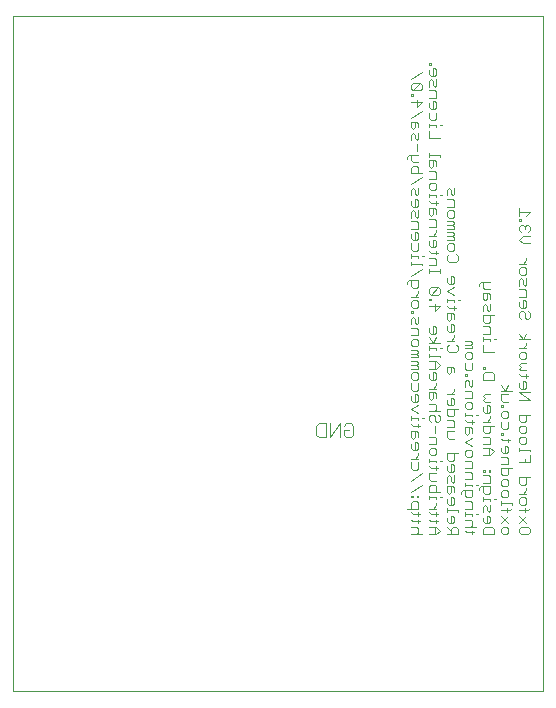
<source format=gbo>
G75*
%MOIN*%
%OFA0B0*%
%FSLAX24Y24*%
%IPPOS*%
%LPD*%
%AMOC8*
5,1,8,0,0,1.08239X$1,22.5*
%
%ADD10C,0.0000*%
%ADD11C,0.0030*%
%ADD12C,0.0040*%
D10*
X002074Y001361D02*
X002074Y023857D01*
X019743Y023857D01*
X019743Y001361D01*
X002074Y001361D01*
D11*
X015209Y007448D02*
X015580Y007448D01*
X015580Y007633D01*
X015518Y007695D01*
X015395Y007695D01*
X015333Y007633D01*
X015333Y007448D01*
X015333Y007326D02*
X015395Y007264D01*
X015642Y007264D01*
X015580Y007203D02*
X015580Y007326D01*
X015580Y007080D02*
X015580Y006957D01*
X015642Y007019D02*
X015395Y007019D01*
X015333Y007080D01*
X015333Y006836D02*
X015518Y006836D01*
X015580Y006774D01*
X015580Y006650D01*
X015518Y006589D01*
X015703Y006589D02*
X015333Y006589D01*
X015933Y006589D02*
X016180Y006589D01*
X016303Y006712D01*
X016180Y006836D01*
X015933Y006836D01*
X016118Y006836D02*
X016118Y006589D01*
X016180Y006957D02*
X016180Y007080D01*
X016242Y007019D02*
X015995Y007019D01*
X015933Y007080D01*
X015995Y007264D02*
X015933Y007326D01*
X015995Y007264D02*
X016242Y007264D01*
X016180Y007203D02*
X016180Y007326D01*
X016180Y007448D02*
X015933Y007448D01*
X016056Y007448D02*
X016180Y007572D01*
X016180Y007633D01*
X016180Y007755D02*
X016180Y007817D01*
X015933Y007817D01*
X015933Y007878D02*
X015933Y007755D01*
X015933Y008001D02*
X015933Y008186D01*
X015995Y008247D01*
X016118Y008247D01*
X016180Y008186D01*
X016180Y008001D01*
X016303Y008001D02*
X015933Y008001D01*
X015703Y008247D02*
X015333Y008001D01*
X015333Y007878D02*
X015333Y007816D01*
X015395Y007816D01*
X015395Y007878D01*
X015333Y007878D01*
X015518Y007878D02*
X015518Y007816D01*
X015580Y007816D01*
X015580Y007878D01*
X015518Y007878D01*
X015333Y008369D02*
X015703Y008616D01*
X015580Y008799D02*
X015518Y008737D01*
X015395Y008737D01*
X015333Y008799D01*
X015333Y008984D01*
X015333Y009106D02*
X015580Y009106D01*
X015580Y008984D02*
X015580Y008799D01*
X015456Y009106D02*
X015580Y009229D01*
X015580Y009291D01*
X015518Y009412D02*
X015580Y009474D01*
X015580Y009598D01*
X015518Y009659D01*
X015456Y009659D01*
X015456Y009412D01*
X015395Y009412D02*
X015518Y009412D01*
X015395Y009412D02*
X015333Y009474D01*
X015333Y009598D01*
X015395Y009781D02*
X015456Y009842D01*
X015456Y010028D01*
X015518Y010028D02*
X015333Y010028D01*
X015333Y009842D01*
X015395Y009781D01*
X015580Y009842D02*
X015580Y009966D01*
X015518Y010028D01*
X015580Y010149D02*
X015580Y010273D01*
X015642Y010211D02*
X015395Y010211D01*
X015333Y010273D01*
X015333Y010395D02*
X015333Y010518D01*
X015333Y010456D02*
X015580Y010456D01*
X015580Y010395D01*
X015703Y010456D02*
X015765Y010456D01*
X015933Y010395D02*
X015995Y010333D01*
X015933Y010395D02*
X015933Y010518D01*
X015995Y010580D01*
X016056Y010580D01*
X016118Y010518D01*
X016118Y010395D01*
X016180Y010333D01*
X016242Y010333D01*
X016303Y010395D01*
X016303Y010518D01*
X016242Y010580D01*
X016303Y010702D02*
X015933Y010702D01*
X016118Y010702D02*
X016180Y010763D01*
X016180Y010887D01*
X016118Y010948D01*
X015933Y010948D01*
X015995Y011070D02*
X015933Y011132D01*
X015933Y011317D01*
X016118Y011317D01*
X016180Y011255D01*
X016180Y011132D01*
X016056Y011132D02*
X015995Y011070D01*
X016056Y011132D02*
X016056Y011317D01*
X016056Y011438D02*
X016180Y011562D01*
X016180Y011623D01*
X016118Y011745D02*
X016180Y011807D01*
X016180Y011930D01*
X016118Y011992D01*
X016056Y011992D01*
X016056Y011745D01*
X015995Y011745D02*
X016118Y011745D01*
X015995Y011745D02*
X015933Y011807D01*
X015933Y011930D01*
X015933Y012113D02*
X016180Y012113D01*
X016303Y012237D01*
X016180Y012360D01*
X015933Y012360D01*
X015933Y012482D02*
X015933Y012605D01*
X015933Y012543D02*
X016303Y012543D01*
X016303Y012482D01*
X016118Y012360D02*
X016118Y012113D01*
X016533Y012176D02*
X016533Y011991D01*
X016595Y011929D01*
X016656Y011991D01*
X016656Y012176D01*
X016718Y012176D02*
X016533Y012176D01*
X016718Y012176D02*
X016780Y012114D01*
X016780Y011991D01*
X017133Y011930D02*
X017133Y011868D01*
X017195Y011868D01*
X017195Y011930D01*
X017133Y011930D01*
X017195Y012052D02*
X017133Y012114D01*
X017133Y012299D01*
X017195Y012420D02*
X017133Y012482D01*
X017133Y012606D01*
X017195Y012667D01*
X017318Y012667D01*
X017380Y012606D01*
X017380Y012482D01*
X017318Y012420D01*
X017195Y012420D01*
X017380Y012299D02*
X017380Y012114D01*
X017318Y012052D01*
X017195Y012052D01*
X017195Y011746D02*
X017133Y011685D01*
X017133Y011500D01*
X017133Y011378D02*
X017318Y011378D01*
X017380Y011316D01*
X017380Y011131D01*
X017133Y011131D01*
X017195Y011010D02*
X017133Y010948D01*
X017133Y010825D01*
X017195Y010763D01*
X017318Y010763D01*
X017380Y010825D01*
X017380Y010948D01*
X017318Y011010D01*
X017195Y011010D01*
X017133Y010641D02*
X017133Y010517D01*
X017133Y010579D02*
X017380Y010579D01*
X017380Y010517D01*
X017380Y010395D02*
X017380Y010272D01*
X017442Y010334D02*
X017195Y010334D01*
X017133Y010395D01*
X017133Y010150D02*
X017133Y009965D01*
X017195Y009904D01*
X017256Y009965D01*
X017256Y010150D01*
X017318Y010150D02*
X017133Y010150D01*
X017318Y010150D02*
X017380Y010089D01*
X017380Y009965D01*
X017380Y009782D02*
X017133Y009659D01*
X017380Y009535D01*
X017318Y009414D02*
X017380Y009352D01*
X017380Y009229D01*
X017318Y009167D01*
X017195Y009167D01*
X017133Y009229D01*
X017133Y009352D01*
X017195Y009414D01*
X017318Y009414D01*
X017318Y009045D02*
X017133Y009045D01*
X017318Y009045D02*
X017380Y008984D01*
X017380Y008799D01*
X017133Y008799D01*
X017133Y008677D02*
X017318Y008677D01*
X017380Y008615D01*
X017380Y008430D01*
X017133Y008430D01*
X017133Y008308D02*
X017133Y008185D01*
X017133Y008246D02*
X017380Y008246D01*
X017380Y008185D01*
X017380Y008063D02*
X017071Y008063D01*
X017009Y008002D01*
X017009Y007940D01*
X017133Y007878D02*
X017133Y008063D01*
X017133Y007878D02*
X017195Y007816D01*
X017318Y007816D01*
X017380Y007878D01*
X017380Y008063D01*
X017503Y008246D02*
X017565Y008246D01*
X017671Y008186D02*
X017609Y008124D01*
X017609Y008063D01*
X017671Y008186D02*
X017980Y008186D01*
X017980Y008001D01*
X017918Y007939D01*
X017795Y007939D01*
X017733Y008001D01*
X017733Y008186D01*
X017733Y008308D02*
X017980Y008308D01*
X017980Y008493D01*
X017918Y008554D01*
X017733Y008554D01*
X017733Y008676D02*
X017795Y008676D01*
X017795Y008738D01*
X017733Y008738D01*
X017733Y008676D01*
X017918Y008676D02*
X017980Y008676D01*
X017980Y008738D01*
X017918Y008738D01*
X017918Y008676D01*
X018333Y008615D02*
X018395Y008553D01*
X018518Y008553D01*
X018580Y008615D01*
X018580Y008800D01*
X018580Y008921D02*
X018333Y008921D01*
X018333Y008800D02*
X018333Y008615D01*
X018333Y008800D02*
X018703Y008800D01*
X018580Y008921D02*
X018580Y009107D01*
X018518Y009168D01*
X018333Y009168D01*
X018395Y009290D02*
X018518Y009290D01*
X018580Y009351D01*
X018580Y009475D01*
X018518Y009537D01*
X018456Y009537D01*
X018456Y009290D01*
X018395Y009290D02*
X018333Y009351D01*
X018333Y009475D01*
X018395Y009720D02*
X018333Y009781D01*
X018395Y009720D02*
X018642Y009720D01*
X018580Y009781D02*
X018580Y009658D01*
X018395Y009904D02*
X018395Y009965D01*
X018333Y009965D01*
X018333Y009904D01*
X018395Y009904D01*
X018395Y010088D02*
X018333Y010149D01*
X018333Y010335D01*
X018395Y010456D02*
X018333Y010518D01*
X018333Y010641D01*
X018395Y010703D01*
X018518Y010703D01*
X018580Y010641D01*
X018580Y010518D01*
X018518Y010456D01*
X018395Y010456D01*
X018580Y010335D02*
X018580Y010149D01*
X018518Y010088D01*
X018395Y010088D01*
X018103Y010212D02*
X017733Y010212D01*
X017733Y010027D01*
X017795Y009965D01*
X017918Y009965D01*
X017980Y010027D01*
X017980Y010212D01*
X017980Y010333D02*
X017733Y010333D01*
X017856Y010333D02*
X017980Y010457D01*
X017980Y010518D01*
X017918Y010640D02*
X017795Y010640D01*
X017733Y010702D01*
X017733Y010825D01*
X017856Y010887D02*
X017856Y010640D01*
X017918Y010640D02*
X017980Y010702D01*
X017980Y010825D01*
X017918Y010887D01*
X017856Y010887D01*
X017795Y011008D02*
X017980Y011008D01*
X017795Y011008D02*
X017733Y011070D01*
X017795Y011132D01*
X017733Y011194D01*
X017795Y011255D01*
X017980Y011255D01*
X018333Y011255D02*
X018333Y011070D01*
X018395Y011008D01*
X018580Y011008D01*
X018395Y010886D02*
X018395Y010824D01*
X018333Y010824D01*
X018333Y010886D01*
X018395Y010886D01*
X018333Y011255D02*
X018580Y011255D01*
X018703Y011377D02*
X018333Y011377D01*
X018456Y011377D02*
X018333Y011562D01*
X018456Y011377D02*
X018580Y011562D01*
X018933Y011623D02*
X018933Y011500D01*
X018995Y011438D01*
X019118Y011438D01*
X019180Y011500D01*
X019180Y011623D01*
X019118Y011685D01*
X019056Y011685D01*
X019056Y011438D01*
X018933Y011317D02*
X019303Y011317D01*
X019303Y011070D02*
X018933Y011317D01*
X018933Y011070D02*
X019303Y011070D01*
X019303Y010580D02*
X018933Y010580D01*
X018933Y010395D01*
X018995Y010333D01*
X019118Y010333D01*
X019180Y010395D01*
X019180Y010580D01*
X019118Y010212D02*
X018995Y010212D01*
X018933Y010150D01*
X018933Y010027D01*
X018995Y009965D01*
X019118Y009965D01*
X019180Y010027D01*
X019180Y010150D01*
X019118Y010212D01*
X019118Y009843D02*
X018995Y009843D01*
X018933Y009782D01*
X018933Y009658D01*
X018995Y009597D01*
X019118Y009597D01*
X019180Y009658D01*
X019180Y009782D01*
X019118Y009843D01*
X018933Y009474D02*
X018933Y009351D01*
X018933Y009413D02*
X019303Y009413D01*
X019303Y009351D01*
X019303Y009230D02*
X019303Y008983D01*
X018933Y008983D01*
X019118Y008983D02*
X019118Y009106D01*
X019180Y008493D02*
X019180Y008308D01*
X019118Y008246D01*
X018995Y008246D01*
X018933Y008308D01*
X018933Y008493D01*
X019303Y008493D01*
X019180Y008124D02*
X019180Y008063D01*
X019056Y007939D01*
X018933Y007939D02*
X019180Y007939D01*
X019118Y007818D02*
X018995Y007818D01*
X018933Y007756D01*
X018933Y007633D01*
X018995Y007571D01*
X019118Y007571D01*
X019180Y007633D01*
X019180Y007756D01*
X019118Y007818D01*
X019118Y007449D02*
X019118Y007325D01*
X019180Y007204D02*
X018933Y006957D01*
X018995Y006836D02*
X019242Y006836D01*
X019303Y006774D01*
X019303Y006650D01*
X019242Y006589D01*
X018995Y006589D01*
X018933Y006650D01*
X018933Y006774D01*
X018995Y006836D01*
X019180Y006957D02*
X018933Y007204D01*
X018933Y007387D02*
X019242Y007387D01*
X019303Y007449D01*
X018703Y007449D02*
X018642Y007387D01*
X018333Y007387D01*
X018333Y007204D02*
X018580Y006957D01*
X018518Y006836D02*
X018395Y006836D01*
X018333Y006774D01*
X018333Y006650D01*
X018395Y006589D01*
X018518Y006589D01*
X018580Y006650D01*
X018580Y006774D01*
X018518Y006836D01*
X018333Y006957D02*
X018580Y007204D01*
X018518Y007325D02*
X018518Y007449D01*
X018333Y007571D02*
X018333Y007694D01*
X018333Y007633D02*
X018703Y007633D01*
X018703Y007571D01*
X018518Y007816D02*
X018395Y007816D01*
X018333Y007878D01*
X018333Y008002D01*
X018395Y008063D01*
X018518Y008063D01*
X018580Y008002D01*
X018580Y007878D01*
X018518Y007816D01*
X018165Y007755D02*
X018103Y007755D01*
X017980Y007755D02*
X017733Y007755D01*
X017733Y007694D02*
X017733Y007817D01*
X017795Y007572D02*
X017856Y007510D01*
X017856Y007387D01*
X017918Y007325D01*
X017980Y007387D01*
X017980Y007572D01*
X017980Y007694D02*
X017980Y007755D01*
X017795Y007572D02*
X017733Y007510D01*
X017733Y007325D01*
X017856Y007204D02*
X017856Y006957D01*
X017795Y006957D02*
X017918Y006957D01*
X017980Y007019D01*
X017980Y007142D01*
X017918Y007204D01*
X017856Y007204D01*
X017733Y007142D02*
X017733Y007019D01*
X017795Y006957D01*
X017795Y006836D02*
X018042Y006836D01*
X018103Y006774D01*
X018103Y006589D01*
X017733Y006589D01*
X017733Y006774D01*
X017795Y006836D01*
X017503Y006834D02*
X017133Y006834D01*
X017133Y006712D02*
X017195Y006650D01*
X017442Y006650D01*
X017380Y006589D02*
X017380Y006712D01*
X017318Y006834D02*
X017380Y006896D01*
X017380Y007019D01*
X017318Y007081D01*
X017133Y007081D01*
X017133Y007203D02*
X017133Y007326D01*
X017133Y007264D02*
X017380Y007264D01*
X017380Y007203D01*
X017503Y007264D02*
X017565Y007264D01*
X017380Y007448D02*
X017380Y007633D01*
X017318Y007695D01*
X017133Y007695D01*
X017133Y007448D02*
X017380Y007448D01*
X016903Y007387D02*
X016533Y007387D01*
X016533Y007325D02*
X016533Y007449D01*
X016595Y007571D02*
X016533Y007633D01*
X016533Y007756D01*
X016656Y007818D02*
X016656Y007571D01*
X016595Y007571D02*
X016718Y007571D01*
X016780Y007633D01*
X016780Y007756D01*
X016718Y007818D01*
X016656Y007818D01*
X016595Y007939D02*
X016533Y008001D01*
X016533Y008186D01*
X016718Y008186D01*
X016780Y008124D01*
X016780Y008001D01*
X016656Y008001D02*
X016656Y008186D01*
X016718Y008308D02*
X016780Y008369D01*
X016780Y008554D01*
X016718Y008676D02*
X016780Y008738D01*
X016780Y008861D01*
X016718Y008923D01*
X016656Y008923D01*
X016656Y008676D01*
X016595Y008676D02*
X016718Y008676D01*
X016595Y008676D02*
X016533Y008738D01*
X016533Y008861D01*
X016595Y009044D02*
X016533Y009106D01*
X016533Y009291D01*
X016903Y009291D01*
X016780Y009291D02*
X016780Y009106D01*
X016718Y009044D01*
X016595Y009044D01*
X016365Y009044D02*
X016303Y009044D01*
X016180Y009044D02*
X015933Y009044D01*
X015933Y008983D02*
X015933Y009106D01*
X015995Y009228D02*
X015933Y009290D01*
X015933Y009413D01*
X015995Y009475D01*
X016118Y009475D01*
X016180Y009413D01*
X016180Y009290D01*
X016118Y009228D01*
X015995Y009228D01*
X016180Y009044D02*
X016180Y008983D01*
X016180Y008861D02*
X016180Y008737D01*
X016242Y008799D02*
X015995Y008799D01*
X015933Y008861D01*
X015933Y008616D02*
X016180Y008616D01*
X016180Y008369D02*
X015995Y008369D01*
X015933Y008431D01*
X015933Y008616D01*
X016533Y008493D02*
X016533Y008308D01*
X016656Y008369D02*
X016656Y008493D01*
X016595Y008554D01*
X016533Y008493D01*
X016656Y008369D02*
X016718Y008308D01*
X016656Y008001D02*
X016595Y007939D01*
X016365Y007817D02*
X016303Y007817D01*
X016656Y007204D02*
X016656Y006957D01*
X016595Y006957D02*
X016718Y006957D01*
X016780Y007019D01*
X016780Y007142D01*
X016718Y007204D01*
X016656Y007204D01*
X016533Y007142D02*
X016533Y007019D01*
X016595Y006957D01*
X016533Y006836D02*
X016656Y006712D01*
X016656Y006774D02*
X016656Y006589D01*
X016533Y006589D02*
X016903Y006589D01*
X016903Y006774D01*
X016842Y006836D01*
X016718Y006836D01*
X016656Y006774D01*
X016903Y007325D02*
X016903Y007387D01*
X018333Y008246D02*
X018395Y008185D01*
X018518Y008185D01*
X018580Y008246D01*
X018580Y008370D01*
X018518Y008432D01*
X018395Y008432D01*
X018333Y008370D01*
X018333Y008246D01*
X017980Y009228D02*
X017733Y009228D01*
X017918Y009228D02*
X017918Y009475D01*
X017980Y009475D02*
X017733Y009475D01*
X017733Y009597D02*
X017980Y009597D01*
X017980Y009782D01*
X017918Y009843D01*
X017733Y009843D01*
X017980Y009475D02*
X018103Y009352D01*
X017980Y009228D01*
X016780Y009781D02*
X016595Y009781D01*
X016533Y009842D01*
X016533Y010028D01*
X016780Y010028D01*
X016780Y010149D02*
X016780Y010334D01*
X016718Y010396D01*
X016533Y010396D01*
X016595Y010517D02*
X016533Y010579D01*
X016533Y010764D01*
X016903Y010764D01*
X016780Y010764D02*
X016780Y010579D01*
X016718Y010517D01*
X016595Y010517D01*
X016533Y010149D02*
X016780Y010149D01*
X016180Y009782D02*
X016180Y009597D01*
X015933Y009597D01*
X015933Y009843D02*
X016118Y009843D01*
X016180Y009782D01*
X016118Y009965D02*
X016118Y010212D01*
X015580Y010640D02*
X015333Y010764D01*
X015580Y010887D01*
X015518Y011008D02*
X015580Y011070D01*
X015580Y011194D01*
X015518Y011255D01*
X015456Y011255D01*
X015456Y011008D01*
X015395Y011008D02*
X015518Y011008D01*
X015395Y011008D02*
X015333Y011070D01*
X015333Y011194D01*
X015395Y011377D02*
X015333Y011439D01*
X015333Y011624D01*
X015395Y011745D02*
X015333Y011807D01*
X015333Y011930D01*
X015395Y011992D01*
X015518Y011992D01*
X015580Y011930D01*
X015580Y011807D01*
X015518Y011745D01*
X015395Y011745D01*
X015580Y011624D02*
X015580Y011439D01*
X015518Y011377D01*
X015395Y011377D01*
X015933Y011438D02*
X016180Y011438D01*
X016533Y011254D02*
X016780Y011254D01*
X016780Y011377D02*
X016780Y011439D01*
X016780Y011377D02*
X016656Y011254D01*
X016656Y011133D02*
X016656Y010886D01*
X016595Y010886D02*
X016718Y010886D01*
X016780Y010947D01*
X016780Y011071D01*
X016718Y011133D01*
X016656Y011133D01*
X016533Y011071D02*
X016533Y010947D01*
X016595Y010886D01*
X017256Y011561D02*
X017256Y011685D01*
X017195Y011746D01*
X017380Y011746D02*
X017380Y011561D01*
X017318Y011500D01*
X017256Y011561D01*
X017733Y011745D02*
X017733Y011930D01*
X017795Y011992D01*
X018042Y011992D01*
X018103Y011930D01*
X018103Y011745D01*
X017733Y011745D01*
X017733Y012113D02*
X017733Y012175D01*
X017795Y012175D01*
X017795Y012113D01*
X017733Y012113D01*
X017733Y012666D02*
X017733Y012913D01*
X017733Y013034D02*
X017733Y013158D01*
X017733Y013096D02*
X017980Y013096D01*
X017980Y013034D01*
X018103Y013096D02*
X018165Y013096D01*
X017980Y013280D02*
X017980Y013465D01*
X017918Y013527D01*
X017733Y013527D01*
X017795Y013648D02*
X017918Y013648D01*
X017980Y013710D01*
X017980Y013895D01*
X018103Y013895D02*
X017733Y013895D01*
X017733Y013710D01*
X017795Y013648D01*
X017733Y014016D02*
X017733Y014202D01*
X017795Y014263D01*
X017856Y014202D01*
X017856Y014078D01*
X017918Y014016D01*
X017980Y014078D01*
X017980Y014263D01*
X017980Y014446D02*
X017980Y014570D01*
X017918Y014632D01*
X017733Y014632D01*
X017733Y014446D01*
X017795Y014385D01*
X017856Y014446D01*
X017856Y014632D01*
X017795Y014753D02*
X017980Y014753D01*
X017795Y014753D02*
X017733Y014815D01*
X017733Y015000D01*
X017671Y015000D02*
X017609Y014938D01*
X017609Y014876D01*
X017671Y015000D02*
X017980Y015000D01*
X018933Y015061D02*
X018933Y014876D01*
X018933Y014754D02*
X019118Y014754D01*
X019180Y014693D01*
X019180Y014507D01*
X018933Y014507D01*
X019056Y014386D02*
X019056Y014139D01*
X018995Y014139D02*
X019118Y014139D01*
X019180Y014201D01*
X019180Y014324D01*
X019118Y014386D01*
X019056Y014386D01*
X018933Y014324D02*
X018933Y014201D01*
X018995Y014139D01*
X018995Y014018D02*
X018933Y013956D01*
X018933Y013833D01*
X018995Y013771D01*
X019118Y013833D02*
X019118Y013956D01*
X019056Y014018D01*
X018995Y014018D01*
X019118Y013833D02*
X019180Y013771D01*
X019242Y013771D01*
X019303Y013833D01*
X019303Y013956D01*
X019242Y014018D01*
X019180Y013281D02*
X019056Y013096D01*
X018933Y013281D01*
X018933Y013096D02*
X019303Y013096D01*
X019180Y012974D02*
X019180Y012912D01*
X019056Y012789D01*
X018933Y012789D02*
X019180Y012789D01*
X019118Y012667D02*
X019180Y012606D01*
X019180Y012482D01*
X019118Y012420D01*
X018995Y012420D01*
X018933Y012482D01*
X018933Y012606D01*
X018995Y012667D01*
X019118Y012667D01*
X019180Y012299D02*
X018995Y012299D01*
X018933Y012237D01*
X018995Y012175D01*
X018933Y012114D01*
X018995Y012052D01*
X019180Y012052D01*
X019180Y011930D02*
X019180Y011806D01*
X019242Y011868D02*
X018995Y011868D01*
X018933Y011930D01*
X018103Y012666D02*
X017733Y012666D01*
X017380Y012789D02*
X017380Y012850D01*
X017318Y012912D01*
X017380Y012974D01*
X017318Y013036D01*
X017133Y013036D01*
X017133Y012912D02*
X017318Y012912D01*
X017380Y012789D02*
X017133Y012789D01*
X016903Y012728D02*
X016903Y012851D01*
X016842Y012913D01*
X016780Y013034D02*
X016533Y013034D01*
X016656Y013034D02*
X016780Y013158D01*
X016780Y013219D01*
X016718Y013341D02*
X016780Y013403D01*
X016780Y013526D01*
X016718Y013588D01*
X016656Y013588D01*
X016656Y013341D01*
X016595Y013341D02*
X016718Y013341D01*
X016595Y013341D02*
X016533Y013403D01*
X016533Y013526D01*
X016595Y013709D02*
X016533Y013771D01*
X016533Y013956D01*
X016718Y013956D01*
X016780Y013895D01*
X016780Y013771D01*
X016656Y013771D02*
X016656Y013956D01*
X016780Y014078D02*
X016780Y014201D01*
X016842Y014139D02*
X016595Y014139D01*
X016533Y014201D01*
X016533Y014323D02*
X016533Y014447D01*
X016533Y014385D02*
X016780Y014385D01*
X016780Y014323D01*
X016903Y014385D02*
X016965Y014385D01*
X016780Y014569D02*
X016533Y014692D01*
X016780Y014816D01*
X016718Y014937D02*
X016780Y014999D01*
X016780Y015122D01*
X016718Y015184D01*
X016656Y015184D01*
X016656Y014937D01*
X016595Y014937D02*
X016718Y014937D01*
X016595Y014937D02*
X016533Y014999D01*
X016533Y015122D01*
X016303Y015305D02*
X016303Y015429D01*
X016303Y015367D02*
X015933Y015367D01*
X015933Y015305D02*
X015933Y015429D01*
X015933Y015551D02*
X016180Y015551D01*
X016180Y015736D01*
X016118Y015798D01*
X015933Y015798D01*
X015765Y015858D02*
X015703Y015858D01*
X015580Y015858D02*
X015333Y015858D01*
X015333Y015797D02*
X015333Y015920D01*
X015395Y016042D02*
X015333Y016104D01*
X015333Y016289D01*
X015395Y016410D02*
X015518Y016410D01*
X015580Y016472D01*
X015580Y016596D01*
X015518Y016657D01*
X015456Y016657D01*
X015456Y016410D01*
X015395Y016410D02*
X015333Y016472D01*
X015333Y016596D01*
X015333Y016779D02*
X015580Y016779D01*
X015580Y016964D01*
X015518Y017026D01*
X015333Y017026D01*
X015333Y017147D02*
X015333Y017332D01*
X015395Y017394D01*
X015456Y017332D01*
X015456Y017209D01*
X015518Y017147D01*
X015580Y017209D01*
X015580Y017394D01*
X015518Y017515D02*
X015580Y017577D01*
X015580Y017701D01*
X015518Y017762D01*
X015456Y017762D01*
X015456Y017515D01*
X015395Y017515D02*
X015518Y017515D01*
X015395Y017515D02*
X015333Y017577D01*
X015333Y017701D01*
X015333Y017884D02*
X015333Y018069D01*
X015395Y018131D01*
X015456Y018069D01*
X015456Y017945D01*
X015518Y017884D01*
X015580Y017945D01*
X015580Y018131D01*
X015333Y018252D02*
X015703Y018499D01*
X015703Y018620D02*
X015333Y018620D01*
X015333Y018805D01*
X015395Y018867D01*
X015518Y018867D01*
X015580Y018805D01*
X015580Y018620D01*
X015933Y018683D02*
X016118Y018683D01*
X016180Y018621D01*
X016180Y018436D01*
X015933Y018436D01*
X015995Y018315D02*
X015933Y018253D01*
X015933Y018130D01*
X015995Y018068D01*
X016118Y018068D01*
X016180Y018130D01*
X016180Y018253D01*
X016118Y018315D01*
X015995Y018315D01*
X015933Y017946D02*
X015933Y017822D01*
X015933Y017884D02*
X016180Y017884D01*
X016180Y017822D01*
X016180Y017700D02*
X016180Y017577D01*
X016242Y017638D02*
X015995Y017638D01*
X015933Y017700D01*
X015933Y017455D02*
X015933Y017270D01*
X015995Y017208D01*
X016056Y017270D01*
X016056Y017455D01*
X016118Y017455D02*
X015933Y017455D01*
X016118Y017455D02*
X016180Y017394D01*
X016180Y017270D01*
X016118Y017087D02*
X015933Y017087D01*
X016118Y017087D02*
X016180Y017025D01*
X016180Y016840D01*
X015933Y016840D01*
X015933Y016533D02*
X016180Y016533D01*
X016180Y016657D02*
X016180Y016718D01*
X016180Y016657D02*
X016056Y016533D01*
X016056Y016412D02*
X016056Y016165D01*
X015995Y016165D02*
X016118Y016165D01*
X016180Y016227D01*
X016180Y016350D01*
X016118Y016412D01*
X016056Y016412D01*
X015933Y016350D02*
X015933Y016227D01*
X015995Y016165D01*
X015933Y016043D02*
X015995Y015981D01*
X016242Y015981D01*
X016180Y015919D02*
X016180Y016043D01*
X016533Y016104D02*
X016595Y016042D01*
X016718Y016042D01*
X016780Y016104D01*
X016780Y016227D01*
X016718Y016289D01*
X016595Y016289D01*
X016533Y016227D01*
X016533Y016104D01*
X016595Y015921D02*
X016533Y015859D01*
X016533Y015736D01*
X016595Y015674D01*
X016842Y015674D01*
X016903Y015736D01*
X016903Y015859D01*
X016842Y015921D01*
X016780Y016410D02*
X016533Y016410D01*
X016533Y016534D02*
X016718Y016534D01*
X016780Y016596D01*
X016718Y016657D01*
X016533Y016657D01*
X016533Y016779D02*
X016780Y016779D01*
X016780Y016840D01*
X016718Y016902D01*
X016780Y016964D01*
X016718Y017026D01*
X016533Y017026D01*
X016533Y016902D02*
X016718Y016902D01*
X016718Y017147D02*
X016595Y017147D01*
X016533Y017209D01*
X016533Y017332D01*
X016595Y017394D01*
X016718Y017394D01*
X016780Y017332D01*
X016780Y017209D01*
X016718Y017147D01*
X016780Y017515D02*
X016533Y017515D01*
X016533Y017762D02*
X016718Y017762D01*
X016780Y017701D01*
X016780Y017515D01*
X016718Y017884D02*
X016780Y017945D01*
X016780Y018131D01*
X016656Y018069D02*
X016656Y017945D01*
X016718Y017884D01*
X016533Y017884D02*
X016533Y018069D01*
X016595Y018131D01*
X016656Y018069D01*
X016365Y017884D02*
X016303Y017884D01*
X015995Y018804D02*
X015933Y018866D01*
X015933Y019051D01*
X016118Y019051D01*
X016180Y018990D01*
X016180Y018866D01*
X016056Y018866D02*
X016056Y019051D01*
X015933Y019173D02*
X015933Y019296D01*
X015933Y019234D02*
X016303Y019234D01*
X016303Y019173D01*
X016056Y018866D02*
X015995Y018804D01*
X015580Y018989D02*
X015395Y018989D01*
X015333Y019050D01*
X015333Y019235D01*
X015271Y019235D02*
X015209Y019174D01*
X015209Y019112D01*
X015271Y019235D02*
X015580Y019235D01*
X015518Y019357D02*
X015518Y019604D01*
X015518Y019725D02*
X015580Y019787D01*
X015580Y019972D01*
X015456Y019910D02*
X015456Y019787D01*
X015518Y019725D01*
X015333Y019725D02*
X015333Y019910D01*
X015395Y019972D01*
X015456Y019910D01*
X015395Y020094D02*
X015456Y020155D01*
X015456Y020340D01*
X015518Y020340D02*
X015333Y020340D01*
X015333Y020155D01*
X015395Y020094D01*
X015580Y020155D02*
X015580Y020279D01*
X015518Y020340D01*
X015333Y020462D02*
X015703Y020709D01*
X015518Y020830D02*
X015518Y021077D01*
X015395Y021199D02*
X015395Y021260D01*
X015333Y021260D01*
X015333Y021199D01*
X015395Y021199D01*
X015395Y021383D02*
X015642Y021630D01*
X015395Y021630D01*
X015333Y021568D01*
X015333Y021444D01*
X015395Y021383D01*
X015642Y021383D01*
X015703Y021444D01*
X015703Y021568D01*
X015642Y021630D01*
X015933Y021691D02*
X015995Y021752D01*
X016056Y021691D01*
X016056Y021567D01*
X016118Y021505D01*
X016180Y021567D01*
X016180Y021752D01*
X016118Y021874D02*
X016180Y021935D01*
X016180Y022059D01*
X016118Y022121D01*
X016056Y022121D01*
X016056Y021874D01*
X015995Y021874D02*
X016118Y021874D01*
X015995Y021874D02*
X015933Y021935D01*
X015933Y022059D01*
X015933Y022242D02*
X015933Y022304D01*
X015995Y022304D01*
X015995Y022242D01*
X015933Y022242D01*
X015703Y021998D02*
X015333Y021751D01*
X015933Y021691D02*
X015933Y021505D01*
X015933Y021384D02*
X016118Y021384D01*
X016180Y021322D01*
X016180Y021137D01*
X015933Y021137D01*
X016056Y021016D02*
X016056Y020769D01*
X015995Y020769D02*
X016118Y020769D01*
X016180Y020831D01*
X016180Y020954D01*
X016118Y021016D01*
X016056Y021016D01*
X015933Y020954D02*
X015933Y020831D01*
X015995Y020769D01*
X015933Y020647D02*
X015933Y020462D01*
X015995Y020400D01*
X016118Y020400D01*
X016180Y020462D01*
X016180Y020647D01*
X016180Y020217D02*
X015933Y020217D01*
X015933Y020278D02*
X015933Y020155D01*
X015933Y020034D02*
X015933Y019787D01*
X016303Y019787D01*
X016180Y020155D02*
X016180Y020217D01*
X016303Y020217D02*
X016365Y020217D01*
X015703Y021015D02*
X015518Y020830D01*
X015333Y021015D02*
X015703Y021015D01*
X018933Y017455D02*
X018933Y017208D01*
X018933Y017086D02*
X018933Y017024D01*
X018995Y017024D01*
X018995Y017086D01*
X018933Y017086D01*
X018995Y016903D02*
X018933Y016841D01*
X018933Y016718D01*
X018995Y016656D01*
X019056Y016535D02*
X018933Y016411D01*
X019056Y016288D01*
X019303Y016288D01*
X019303Y016535D02*
X019056Y016535D01*
X019242Y016656D02*
X019303Y016718D01*
X019303Y016841D01*
X019242Y016903D01*
X019180Y016903D01*
X019118Y016841D01*
X019056Y016903D01*
X018995Y016903D01*
X019118Y016841D02*
X019118Y016779D01*
X019180Y017208D02*
X019303Y017332D01*
X018933Y017332D01*
X019180Y015798D02*
X019180Y015736D01*
X019056Y015612D01*
X018933Y015612D02*
X019180Y015612D01*
X019118Y015491D02*
X018995Y015491D01*
X018933Y015429D01*
X018933Y015306D01*
X018995Y015244D01*
X019118Y015244D01*
X019180Y015306D01*
X019180Y015429D01*
X019118Y015491D01*
X019180Y015123D02*
X019180Y014937D01*
X019118Y014876D01*
X019056Y014937D01*
X019056Y015061D01*
X018995Y015123D01*
X018933Y015061D01*
X017980Y013280D02*
X017733Y013280D01*
X016903Y012728D02*
X016842Y012666D01*
X016595Y012666D01*
X016533Y012728D01*
X016533Y012851D01*
X016595Y012913D01*
X016365Y012789D02*
X016303Y012789D01*
X016180Y012789D02*
X015933Y012789D01*
X015933Y012727D02*
X015933Y012851D01*
X015933Y012973D02*
X016303Y012973D01*
X016180Y012789D02*
X016180Y012727D01*
X016056Y012973D02*
X016180Y013158D01*
X016118Y013280D02*
X016180Y013341D01*
X016180Y013465D01*
X016118Y013527D01*
X016056Y013527D01*
X016056Y013280D01*
X015995Y013280D02*
X016118Y013280D01*
X015995Y013280D02*
X015933Y013341D01*
X015933Y013465D01*
X015933Y013158D02*
X016056Y012973D01*
X015580Y012912D02*
X015518Y012850D01*
X015395Y012850D01*
X015333Y012912D01*
X015333Y013035D01*
X015395Y013097D01*
X015518Y013097D01*
X015580Y013035D01*
X015580Y012912D01*
X015518Y012729D02*
X015333Y012729D01*
X015333Y012605D02*
X015518Y012605D01*
X015580Y012667D01*
X015518Y012729D01*
X015518Y012605D02*
X015580Y012543D01*
X015580Y012482D01*
X015333Y012482D01*
X015333Y012360D02*
X015518Y012360D01*
X015580Y012299D01*
X015518Y012237D01*
X015333Y012237D01*
X015333Y012113D02*
X015580Y012113D01*
X015580Y012175D01*
X015518Y012237D01*
X015580Y013218D02*
X015333Y013218D01*
X015580Y013218D02*
X015580Y013404D01*
X015518Y013465D01*
X015333Y013465D01*
X015333Y013587D02*
X015333Y013772D01*
X015395Y013834D01*
X015456Y013772D01*
X015456Y013648D01*
X015518Y013587D01*
X015580Y013648D01*
X015580Y013834D01*
X015395Y013955D02*
X015395Y014017D01*
X015333Y014017D01*
X015333Y013955D01*
X015395Y013955D01*
X015395Y014139D02*
X015333Y014201D01*
X015333Y014324D01*
X015395Y014386D01*
X015518Y014386D01*
X015580Y014324D01*
X015580Y014201D01*
X015518Y014139D01*
X015395Y014139D01*
X015456Y014507D02*
X015580Y014631D01*
X015580Y014693D01*
X015518Y014814D02*
X015395Y014814D01*
X015333Y014876D01*
X015333Y015061D01*
X015271Y015061D02*
X015209Y015000D01*
X015209Y014938D01*
X015271Y015061D02*
X015580Y015061D01*
X015580Y014876D01*
X015518Y014814D01*
X015333Y015183D02*
X015703Y015430D01*
X015703Y015551D02*
X015703Y015613D01*
X015333Y015613D01*
X015333Y015674D02*
X015333Y015551D01*
X015580Y015797D02*
X015580Y015858D01*
X015518Y016042D02*
X015395Y016042D01*
X015518Y016042D02*
X015580Y016104D01*
X015580Y016289D01*
X016718Y016534D02*
X016780Y016472D01*
X016780Y016410D01*
X016242Y014816D02*
X015995Y014816D01*
X015933Y014754D01*
X015933Y014631D01*
X015995Y014569D01*
X016242Y014816D01*
X016303Y014754D01*
X016303Y014631D01*
X016242Y014569D01*
X015995Y014569D01*
X015995Y014446D02*
X015933Y014446D01*
X015933Y014385D01*
X015995Y014385D01*
X015995Y014446D01*
X016118Y014263D02*
X016118Y014016D01*
X016303Y014202D01*
X015933Y014202D01*
X015580Y014507D02*
X015333Y014507D01*
X016595Y013709D02*
X016656Y013771D01*
X017503Y010579D02*
X017565Y010579D01*
D12*
X013410Y010212D02*
X013410Y009905D01*
X013333Y009828D01*
X013180Y009828D01*
X013103Y009905D01*
X013103Y010058D01*
X013257Y010058D01*
X013410Y010212D02*
X013333Y010288D01*
X013180Y010288D01*
X013103Y010212D01*
X012950Y010288D02*
X012643Y009828D01*
X012643Y010288D01*
X012489Y010288D02*
X012259Y010288D01*
X012182Y010212D01*
X012182Y009905D01*
X012259Y009828D01*
X012489Y009828D01*
X012489Y010288D01*
X012950Y010288D02*
X012950Y009828D01*
M02*

</source>
